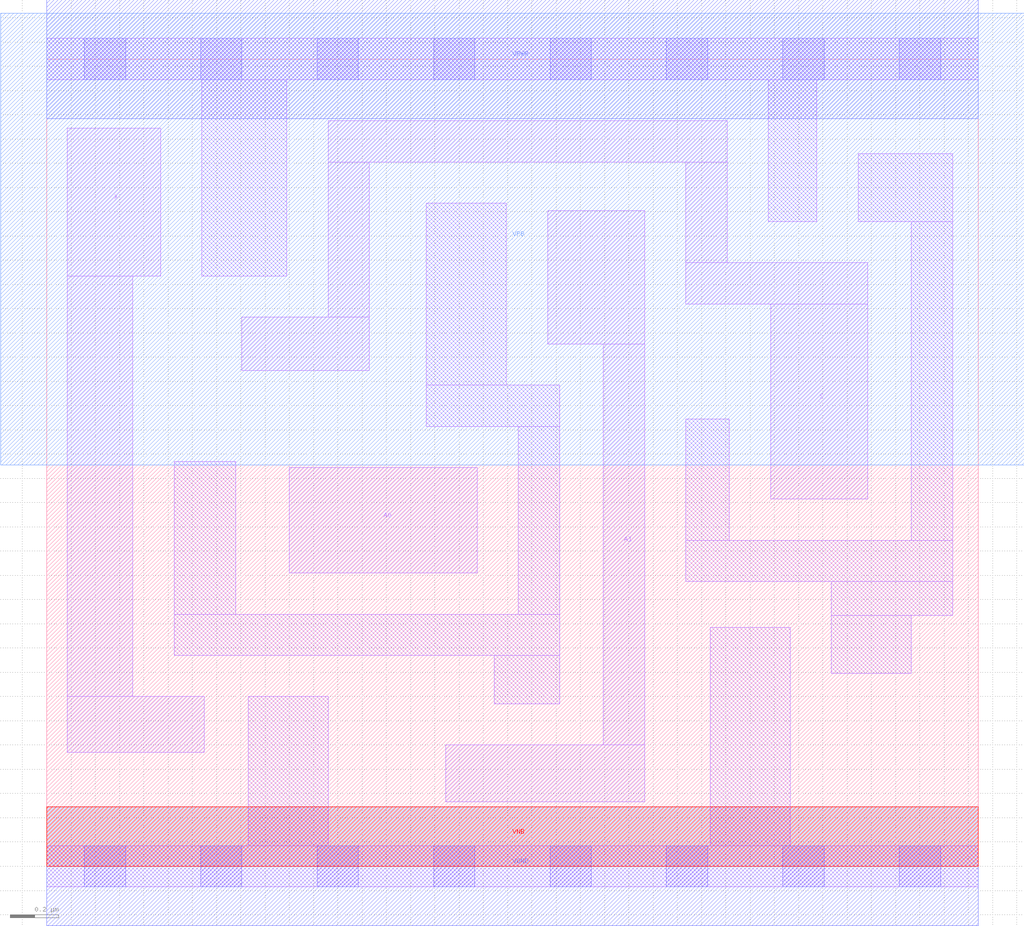
<source format=lef>
# Copyright 2020 The SkyWater PDK Authors
#
# Licensed under the Apache License, Version 2.0 (the "License");
# you may not use this file except in compliance with the License.
# You may obtain a copy of the License at
#
#     https://www.apache.org/licenses/LICENSE-2.0
#
# Unless required by applicable law or agreed to in writing, software
# distributed under the License is distributed on an "AS IS" BASIS,
# WITHOUT WARRANTIES OR CONDITIONS OF ANY KIND, either express or implied.
# See the License for the specific language governing permissions and
# limitations under the License.
#
# SPDX-License-Identifier: Apache-2.0

VERSION 5.7 ;
  NOWIREEXTENSIONATPIN ON ;
  DIVIDERCHAR "/" ;
  BUSBITCHARS "[]" ;
MACRO sky130_fd_sc_lp__mux2_0
  CLASS CORE ;
  FOREIGN sky130_fd_sc_lp__mux2_0 ;
  ORIGIN  0.000000  0.000000 ;
  SIZE  3.840000 BY  3.330000 ;
  SYMMETRY X Y R90 ;
  SITE unit ;
  PIN A0
    ANTENNAGATEAREA  0.126000 ;
    DIRECTION INPUT ;
    USE SIGNAL ;
    PORT
      LAYER li1 ;
        RECT 1.000000 1.210000 1.775000 1.645000 ;
    END
  END A0
  PIN A1
    ANTENNAGATEAREA  0.126000 ;
    DIRECTION INPUT ;
    USE SIGNAL ;
    PORT
      LAYER li1 ;
        RECT 1.645000 0.265000 2.465000 0.500000 ;
        RECT 2.065000 2.155000 2.465000 2.705000 ;
        RECT 2.295000 0.500000 2.465000 2.155000 ;
    END
  END A1
  PIN S
    ANTENNAGATEAREA  0.252000 ;
    DIRECTION INPUT ;
    USE SIGNAL ;
    PORT
      LAYER li1 ;
        RECT 0.805000 2.045000 1.330000 2.265000 ;
        RECT 1.160000 2.265000 1.330000 2.905000 ;
        RECT 1.160000 2.905000 2.805000 3.075000 ;
        RECT 2.635000 2.320000 3.385000 2.490000 ;
        RECT 2.635000 2.490000 2.805000 2.905000 ;
        RECT 2.985000 1.515000 3.385000 2.320000 ;
    END
  END S
  PIN X
    ANTENNADIFFAREA  0.289300 ;
    DIRECTION OUTPUT ;
    USE SIGNAL ;
    PORT
      LAYER li1 ;
        RECT 0.085000 0.470000 0.650000 0.700000 ;
        RECT 0.085000 0.700000 0.355000 2.435000 ;
        RECT 0.085000 2.435000 0.470000 3.045000 ;
    END
  END X
  PIN VGND
    DIRECTION INOUT ;
    USE GROUND ;
    PORT
      LAYER met1 ;
        RECT 0.000000 -0.245000 3.840000 0.245000 ;
    END
  END VGND
  PIN VNB
    DIRECTION INOUT ;
    USE GROUND ;
    PORT
      LAYER pwell ;
        RECT 0.000000 0.000000 3.840000 0.245000 ;
    END
  END VNB
  PIN VPB
    DIRECTION INOUT ;
    USE POWER ;
    PORT
      LAYER nwell ;
        RECT -0.190000 1.655000 4.030000 3.520000 ;
    END
  END VPB
  PIN VPWR
    DIRECTION INOUT ;
    USE POWER ;
    PORT
      LAYER met1 ;
        RECT 0.000000 3.085000 3.840000 3.575000 ;
    END
  END VPWR
  OBS
    LAYER li1 ;
      RECT 0.000000 -0.085000 3.840000 0.085000 ;
      RECT 0.000000  3.245000 3.840000 3.415000 ;
      RECT 0.525000  0.870000 2.115000 1.040000 ;
      RECT 0.525000  1.040000 0.780000 1.670000 ;
      RECT 0.640000  2.435000 0.990000 3.245000 ;
      RECT 0.830000  0.085000 1.160000 0.700000 ;
      RECT 1.565000  1.815000 2.115000 1.985000 ;
      RECT 1.565000  1.985000 1.895000 2.735000 ;
      RECT 1.845000  0.670000 2.115000 0.870000 ;
      RECT 1.945000  1.040000 2.115000 1.815000 ;
      RECT 2.635000  1.175000 3.735000 1.345000 ;
      RECT 2.635000  1.345000 2.815000 1.845000 ;
      RECT 2.735000  0.085000 3.065000 0.985000 ;
      RECT 2.975000  2.660000 3.175000 3.245000 ;
      RECT 3.235000  0.795000 3.565000 1.035000 ;
      RECT 3.235000  1.035000 3.735000 1.175000 ;
      RECT 3.345000  2.660000 3.735000 2.940000 ;
      RECT 3.565000  1.345000 3.735000 2.660000 ;
    LAYER mcon ;
      RECT 0.155000 -0.085000 0.325000 0.085000 ;
      RECT 0.155000  3.245000 0.325000 3.415000 ;
      RECT 0.635000 -0.085000 0.805000 0.085000 ;
      RECT 0.635000  3.245000 0.805000 3.415000 ;
      RECT 1.115000 -0.085000 1.285000 0.085000 ;
      RECT 1.115000  3.245000 1.285000 3.415000 ;
      RECT 1.595000 -0.085000 1.765000 0.085000 ;
      RECT 1.595000  3.245000 1.765000 3.415000 ;
      RECT 2.075000 -0.085000 2.245000 0.085000 ;
      RECT 2.075000  3.245000 2.245000 3.415000 ;
      RECT 2.555000 -0.085000 2.725000 0.085000 ;
      RECT 2.555000  3.245000 2.725000 3.415000 ;
      RECT 3.035000 -0.085000 3.205000 0.085000 ;
      RECT 3.035000  3.245000 3.205000 3.415000 ;
      RECT 3.515000 -0.085000 3.685000 0.085000 ;
      RECT 3.515000  3.245000 3.685000 3.415000 ;
  END
END sky130_fd_sc_lp__mux2_0
END LIBRARY

</source>
